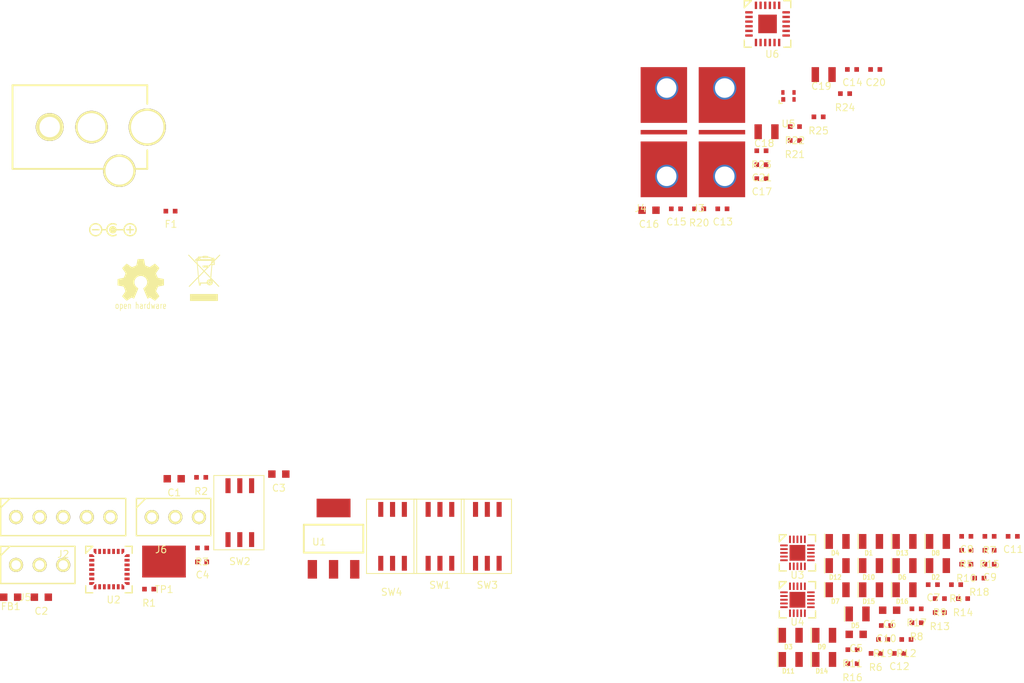
<source format=kicad_pcb>
(kicad_pcb (version 20211014) (generator pcbnew)
  (layers (0 "F.Cu" signal) (1 "In1.Cu" signal) (2 "In2.Cu" signal) (31 "B.Cu" signal) (34 "B.Paste" user) (35 "F.Paste" user) (36 "B.SilkS" user "B.Silkscreen") (37 "F.SilkS" user "F.Silkscreen") (38 "B.Mask" user) (39 "F.Mask" user) (44 "Edge.Cuts" user))
  (net 0 "")
  (net 1 "/5V0")
  (net 2 "/GND")
  (net 3 "/3V3")
  (net 4 "/MCU_RST_N")
  (net 5 "Net-(C14-Pad2)")
  (net 6 "Net-(C15-Pad2)")
  (net 7 "Net-(C18-Pad1)")
  (net 8 "Net-(C18-Pad2)")
  (net 9 "Net-(C19-Pad1)")
  (net 10 "Net-(C19-Pad2)")
  (net 11 "/PRBS Generation/OUT_AC_P")
  (net 12 "/PRBS Generation/OUT_P")
  (net 13 "/PRBS Generation/OUT_AC_N")
  (net 14 "/PRBS Generation/OUT_N")
  (net 15 "Net-(D1-Pad1)")
  (net 16 "Net-(D1-Pad2)")
  (net 17 "Net-(D2-Pad1)")
  (net 18 "Net-(D2-Pad2)")
  (net 19 "Net-(D3-Pad1)")
  (net 20 "Net-(D3-Pad2)")
  (net 21 "Net-(D4-Pad1)")
  (net 22 "Net-(D4-Pad2)")
  (net 23 "Net-(D5-Pad1)")
  (net 24 "Net-(D5-Pad2)")
  (net 25 "Net-(D6-Pad1)")
  (net 26 "Net-(D6-Pad2)")
  (net 27 "Net-(D7-Pad1)")
  (net 28 "Net-(D7-Pad2)")
  (net 29 "Net-(D8-Pad1)")
  (net 30 "Net-(D8-Pad2)")
  (net 31 "Net-(D9-Pad1)")
  (net 32 "Net-(D9-Pad2)")
  (net 33 "Net-(D10-Pad1)")
  (net 34 "Net-(D10-Pad2)")
  (net 35 "Net-(D11-Pad1)")
  (net 36 "Net-(D11-Pad2)")
  (net 37 "Net-(D12-Pad1)")
  (net 38 "Net-(D12-Pad2)")
  (net 39 "Net-(D13-Pad1)")
  (net 40 "Net-(D13-Pad2)")
  (net 41 "Net-(D14-Pad1)")
  (net 42 "Net-(D14-Pad2)")
  (net 43 "Net-(D15-Pad1)")
  (net 44 "Net-(D15-Pad2)")
  (net 45 "Net-(D16-Pad1)")
  (net 46 "Net-(D16-Pad2)")
  (net 47 "Net-(F1-Pad1)")
  (net 48 "Net-(F1-Pad2)")
  (net 50 "/SWCLK")
  (net 51 "/SWDIO")
  (net 52 "/I2C_SDA")
  (net 53 "/I2C_SCL")
  (net 54 "/UART_TX")
  (net 55 "/UART_RX")
  (net 56 "Net-(R1-Pad2)")
  (net 57 "/PRBS Generation/CLK_25MHZ")
  (net 58 "Net-(R20-Pad2)")
  (net 59 "Net-(R21-Pad2)")
  (net 60 "Net-(R22-Pad2)")
  (net 61 "Net-(R23-Pad2)")
  (net 62 "Net-(R24-Pad2)")
  (net 63 "Net-(R25-Pad2)")
  (net 64 "/NEXT_RATE")
  (net 65 "/NEXT_DRIVE")
  (net 66 "/NEXT_PAT")
  (net 67 "/NEXT_EMPH")
  (footprint "azonenberg_pcb:EIA_0402_RES_NOSILK" (layer "F.Cu") (at 156.55 101)
    (fp_text reference "R4" (at 0 1.5) (layer "F.SilkS") (effects (font (size 0.75 0.75) (thickness 0.1))))
    (fp_text value "470" hide)
    (pad "1" smd rect locked (at -0.5 0) (size 0.5 0.5) (layers "F.Cu" "F.Paste" "F.Mask") (net 16 "Net-(D1-Pad2)"))
    (pad "2" smd rect locked (at 0.5 0) (size 0.5 0.5) (layers "F.Cu" "F.Paste" "F.Mask") (net 3 "/3V3"))
  )
  (footprint "azonenberg_pcb:EIA_0402_CAP_NOSILK" (layer "F.Cu") (at 154.05 101)
    (fp_text reference "C7" (at 0.05 1.4) (layer "F.SilkS") (effects (font (size 0.75 0.75) (thickness 0.1))))
    (fp_text value "0.47 uF" hide)
    (pad "1" smd rect locked (at -0.5 0) (size 0.5 0.5) (layers "F.Cu" "F.Paste" "F.Mask") (net 3 "/3V3"))
    (pad "2" smd rect locked (at 0.5 0) (size 0.5 0.5) (layers "F.Cu" "F.Paste" "F.Mask") (net 2 "/GND"))
  )
  (footprint "azonenberg_pcb:EIA_0805_LED" (layer "F.Cu") (at 142.35 106.45)
    (fp_text reference "D9" (at -0.25 1.25) (layer "F.SilkS") (effects (font (size 0.508 0.457) (thickness 0.11))))
    (fp_text value "GREEN" hide)
    (pad "1" smd rect (at -0.9 0) (size 0.8 1.6) (layers "F.Cu" "F.Paste" "F.Mask") (net 31 "Net-(D9-Pad1)"))
    (pad "2" smd rect (at 0.9 0) (size 0.8 1.6) (layers "F.Cu" "F.Paste" "F.Mask") (net 32 "Net-(D9-Pad2)"))
  )
  (footprint "azonenberg_pcb:EIA_0402_RES_NOSILK" (layer "F.Cu") (at 152.3 103.6)
    (fp_text reference "R17" (at 0 1.5) (layer "F.SilkS") (effects (font (size 0.75 0.75) (thickness 0.1))))
    (fp_text value "470" hide)
    (pad "1" smd rect locked (at -0.5 0) (size 0.5 0.5) (layers "F.Cu" "F.Paste" "F.Mask") (net 42 "Net-(D14-Pad2)"))
    (pad "2" smd rect locked (at 0.5 0) (size 0.5 0.5) (layers "F.Cu" "F.Paste" "F.Mask") (net 3 "/3V3"))
  )
  (footprint "azonenberg_pcb:SOT223-4" (layer "F.Cu") (at 89.55 96.05)
    (fp_text reference "U1" (at -1.55 0.35) (layer "F.SilkS") (effects (font (size 0.75 0.75) (thickness 0.1))))
    (fp_text value "ZLDO1117-33" hide)
    (pad "1" smd rect (at -2.28 3.3) (size 1 2) (layers "F.Cu" "F.Paste" "F.Mask") (net 2 "/GND"))
    (pad "2" smd rect (at 0 3.3) (size 1 2) (layers "F.Cu" "F.Paste" "F.Mask") (net 3 "/3V3"))
    (pad "3" smd rect (at 2.28 3.3) (size 1 2) (layers "F.Cu" "F.Paste" "F.Mask") (net 1 "/5V0"))
    (pad "4" smd rect (at 0 -3.3) (size 3.65 2) (layers "F.Cu" "F.Paste" "F.Mask"))
  )
  (footprint "azonenberg_pcb:EIA_0402_RES_NOSILK" (layer "F.Cu") (at 139.2 53.2)
    (fp_text reference "R21" (at 0 1.5) (layer "F.SilkS") (effects (font (size 0.75 0.75) (thickness 0.1))))
    (fp_text value "0" hide)
    (pad "1" smd rect locked (at -0.5 0) (size 0.5 0.5) (layers "F.Cu" "F.Paste" "F.Mask") (net 3 "/3V3"))
    (pad "2" smd rect locked (at 0.5 0) (size 0.5 0.5) (layers "F.Cu" "F.Paste" "F.Mask") (net 59 "Net-(R21-Pad2)"))
  )
  (footprint "azonenberg_pcb:EIA_0402_RES_NOSILK" (layer "F.Cu") (at 135.6 54.3)
    (fp_text reference "R23" (at 0 1.5) (layer "F.SilkS") (effects (font (size 0.75 0.75) (thickness 0.1))))
    (fp_text value "0" hide)
    (pad "1" smd rect locked (at -0.5 0) (size 0.5 0.5) (layers "F.Cu" "F.Paste" "F.Mask") (net 2 "/GND"))
    (pad "2" smd rect locked (at 0.5 0) (size 0.5 0.5) (layers "F.Cu" "F.Paste" "F.Mask") (net 61 "Net-(R23-Pad2)"))
  )
  (footprint "azonenberg_pcb:EIA_0402_RES_NOSILK" (layer "F.Cu") (at 157.65 97.3)
    (fp_text reference "R5" (at 0 1.5) (layer "F.SilkS") (effects (font (size 0.75 0.75) (thickness 0.1))))
    (fp_text value "470" hide)
    (pad "1" smd rect locked (at -0.5 0) (size 0.5 0.5) (layers "F.Cu" "F.Paste" "F.Mask") (net 18 "Net-(D2-Pad2)"))
    (pad "2" smd rect locked (at 0.5 0) (size 0.5 0.5) (layers "F.Cu" "F.Paste" "F.Mask") (net 3 "/3V3"))
  )
  (footprint "azonenberg_pcb:EIA_0402_CAP_NOSILK" (layer "F.Cu") (at 135.6 55.8)
    (fp_text reference "C21" (at 0.05 1.4) (layer "F.SilkS") (effects (font (size 0.75 0.75) (thickness 0.1))))
    (fp_text value "0.1 uF" hide)
    (pad "1" smd rect locked (at -0.5 0) (size 0.5 0.5) (layers "F.Cu" "F.Paste" "F.Mask") (net 13 "/PRBS Generation/OUT_AC_N"))
    (pad "2" smd rect locked (at 0.5 0) (size 0.5 0.5) (layers "F.Cu" "F.Paste" "F.Mask") (net 14 "/PRBS Generation/OUT_N"))
  )
  (footprint "azonenberg_pcb:CONN_HEADER_2.54MM_1x3" (layer "F.Cu") (at 72.525 93.725)
    (fp_text reference "J6" (at -1.54 3.5) (layer "F.SilkS") (effects (font (size 0.75 0.75) (thickness 0.1))))
    (fp_text value "HEADER_1x3" hide)
    (pad "1" thru_hole circle locked (at -2.54 0) (size 1.524 1.524) (drill 1) (layers *.Cu *.Mask "F.SilkS") (net 54 "/UART_TX"))
    (pad "2" thru_hole circle locked (at 0 0) (size 1.524 1.524) (drill 1) (layers *.Cu *.Mask "F.SilkS") (net 55 "/UART_RX"))
    (pad "3" thru_hole circle locked (at 2.54 0) (size 1.524 1.524) (drill 1) (layers *.Cu *.Mask "F.SilkS") (net 2 "/GND"))
  )
  (footprint "azonenberg_pcb:EIA_0402_RES_NOSILK" (layer "F.Cu") (at 157.3 102.5)
    (fp_text reference "R14" (at 0 1.5) (layer "F.SilkS") (effects (font (size 0.75 0.75) (thickness 0.1))))
    (fp_text value "470" hide)
    (pad "1" smd rect locked (at -0.5 0) (size 0.5 0.5) (layers "F.Cu" "F.Paste" "F.Mask") (net 36 "Net-(D11-Pad2)"))
    (pad "2" smd rect locked (at 0.5 0) (size 0.5 0.5) (layers "F.Cu" "F.Paste" "F.Mask") (net 3 "/3V3"))
  )
  (footprint "w_logo:Logo_silk_OSHW_6x6mm" (layer "F.Cu") (at 68.8 68.2)
    (fp_text reference "G***" hide)
    (fp_text value "LOGO" hide)
  )
  (footprint "azonenberg_pcb:EIA_0805_LED" (layer "F.Cu") (at 151 98.95)
    (fp_text reference "D6" (at -0.25 1.25) (layer "F.SilkS") (effects (font (size 0.508 0.457) (thickness 0.11))))
    (fp_text value "GREEN" hide)
    (pad "1" smd rect (at -0.9 0) (size 0.8 1.6) (layers "F.Cu" "F.Paste" "F.Mask") (net 25 "Net-(D6-Pad1)"))
    (pad "2" smd rect (at 0.9 0) (size 0.8 1.6) (layers "F.Cu" "F.Paste" "F.Mask") (net 26 "Net-(D6-Pad2)"))
  )
  (footprint "azonenberg_pcb:EIA_0805_LED" (layer "F.Cu") (at 142.35 109.05)
    (fp_text reference "D14" (at -0.25 1.25) (layer "F.SilkS") (effects (font (size 0.508 0.457) (thickness 0.11))))
    (fp_text value "GREEN" hide)
    (pad "1" smd rect (at -0.9 0) (size 0.8 1.6) (layers "F.Cu" "F.Paste" "F.Mask") (net 41 "Net-(D14-Pad1)"))
    (pad "2" smd rect (at 0.9 0) (size 0.8 1.6) (layers "F.Cu" "F.Paste" "F.Mask") (net 42 "Net-(D14-Pad2)"))
  )
  (footprint "azonenberg_pcb:EIA_0805_LED" (layer "F.Cu") (at 143.8 98.95)
    (fp_text reference "D12" (at -0.25 1.25) (layer "F.SilkS") (effects (font (size 0.508 0.457) (thickness 0.11))))
    (fp_text value "GREEN" hide)
    (pad "1" smd rect (at -0.9 0) (size 0.8 1.6) (layers "F.Cu" "F.Paste" "F.Mask") (net 37 "Net-(D12-Pad1)"))
    (pad "2" smd rect (at 0.9 0) (size 0.8 1.6) (layers "F.Cu" "F.Paste" "F.Mask") (net 38 "Net-(D12-Pad2)"))
  )
  (footprint "azonenberg_pcb:EIA_0402_RES_NOSILK" (layer "F.Cu") (at 128.9 60.55)
    (fp_text reference "R20" (at 0 1.5) (layer "F.SilkS") (effects (font (size 0.75 0.75) (thickness 0.1))))
    (fp_text value "33" hide)
    (pad "1" smd rect locked (at -0.5 0) (size 0.5 0.5) (layers "F.Cu" "F.Paste" "F.Mask") (net 57 "/PRBS Generation/CLK_25MHZ"))
    (pad "2" smd rect locked (at 0.5 0) (size 0.5 0.5) (layers "F.Cu" "F.Paste" "F.Mask") (net 58 "Net-(R20-Pad2)"))
  )
  (footprint "azonenberg_pcb:EIA_0402_RES_NOSILK" (layer "F.Cu") (at 69.7 101.48)
    (fp_text reference "R1" (at 0 1.5) (layer "F.SilkS") (effects (font (size 0.75 0.75) (thickness 0.1))))
    (fp_text value "10K" hide)
    (pad "1" smd rect locked (at -0.5 0) (size 0.5 0.5) (layers "F.Cu" "F.Paste" "F.Mask") (net 2 "/GND"))
    (pad "2" smd rect locked (at 0.5 0) (size 0.5 0.5) (layers "F.Cu" "F.Paste" "F.Mask") (net 56 "Net-(R1-Pad2)"))
  )
  (footprint "azonenberg_pcb:EIA_0402_RES_NOSILK" (layer "F.Cu") (at 75.4 97.05)
    (fp_text reference "R3" (at 0 1.5) (layer "F.SilkS") (effects (font (size 0.75 0.75) (thickness 0.1))))
    (fp_text value "1K" hide)
    (pad "1" smd rect locked (at -0.5 0) (size 0.5 0.5) (layers "F.Cu" "F.Paste" "F.Mask") (net 52 "/I2C_SDA"))
    (pad "2" smd rect locked (at 0.5 0) (size 0.5 0.5) (layers "F.Cu" "F.Paste" "F.Mask") (net 3 "/3V3"))
  )
  (footprint "azonenberg_pcb:TESTPOINT_SMT_KEYSTONE_5016" (layer "F.Cu") (at 71.3 98.515)
    (fp_text reference "TP1" (at 0 3) (layer "F.SilkS") (effects (font (size 0.75 0.75) (thickness 0.1))))
    (fp_text value "GNDCLIP" hide)
    (pad "1" smd rect locked (at 0 0) (size 4.7 3.43) (layers "F.Cu" "F.Paste" "F.Mask") (net 2 "/GND"))
  )
  (footprint "azonenberg_pcb:EIA_0402_RES_NOSILK" (layer "F.Cu") (at 160.15 97.3)
    (fp_text reference "R15" (at 0 1.5) (layer "F.SilkS") (effects (font (size 0.75 0.75) (thickness 0.1))))
    (fp_text value "470" hide)
    (pad "1" smd rect locked (at -0.5 0) (size 0.5 0.5) (layers "F.Cu" "F.Paste" "F.Mask") (net 38 "Net-(D12-Pad2)"))
    (pad "2" smd rect locked (at 0.5 0) (size 0.5 0.5) (layers "F.Cu" "F.Paste" "F.Mask") (net 3 "/3V3"))
  )
  (footprint "w_logo:Logo_silk_polarity_center_5x1.4mm" (layer "F.Cu") (at 65.8 62.8)
    (fp_text reference "G***" hide)
    (fp_text value "LOGO" hide)
  )
  (footprint "azonenberg_pcb:CONN_HEADER_2.54MM_1x5" (layer "F.Cu") (at 60.455 93.725)
    (fp_text reference "J2" (at 0 4) (layer "F.SilkS") (effects (font (size 0.75 0.75) (thickness 0.1))))
    (fp_text value "HEADER_1x5" hide)
    (pad "1" thru_hole circle locked (at -5.08 0) (size 1.524 1.524) (drill 1) (layers *.Cu *.Mask "F.SilkS") (net 3 "/3V3"))
    (pad "2" thru_hole circle locked (at -2.54 0) (size 1.524 1.524) (drill 1) (layers *.Cu *.Mask "F.SilkS") (net 2 "/GND"))
    (pad "3" thru_hole circle locked (at 0 0) (size 1.524 1.524) (drill 1) (layers *.Cu *.Mask "F.SilkS") (net 50 "/SWCLK"))
    (pad "4" thru_hole circle locked (at 2.54 0) (size 1.524 1.524) (drill 1) (layers *.Cu *.Mask "F.SilkS") (net 51 "/SWDIO"))
    (pad "5" thru_hole circle locked (at 5.08 0) (size 1.524 1.524) (drill 1) (layers *.Cu *.Mask "F.SilkS") (net 4 "/MCU_RST_N"))
  )
  (footprint "azonenberg_pcb:SWITCH_RAFI_MICON_5" (layer "F.Cu") (at 106.1 95.8)
    (fp_text reference "SW3" (at 0 5.25) (layer "F.SilkS") (effects (font (size 0.75 0.75) (thickness 0.1))))
    (fp_text value "BUTTON" hide)
    (pad "1" smd rect (at 1.27 2.9) (size 0.55 1.6) (layers "F.Cu" "F.Paste" "F.Mask") (net 3 "/3V3"))
    (pad "1" smd rect (at -1.27 2.9) (size 0.55 1.6) (layers "F.Cu" "F.Paste" "F.Mask") (net 3 "/3V3"))
    (pad "1" smd rect (at -1.27 -2.9) (size 0.55 1.6) (layers "F.Cu" "F.Paste" "F.Mask") (net 3 "/3V3"))
    (pad "1" smd rect (at 1.27 -2.9) (size 0.55 1.6) (layers "F.Cu" "F.Paste" "F.Mask") (net 3 "/3V3"))
    (pad "2" smd rect (at 0 -2.9) (size 0.55 1.6) (layers "F.Cu" "F.Paste" "F.Mask") (net 66 "/NEXT_PAT"))
    (pad "2" smd rect (at 0 2.9) (size 0.55 1.6) (layers "F.Cu" "F.Paste" "F.Mask") (net 66 "/NEXT_PAT"))
  )
  (footprint "azonenberg_pcb:EIA_0805_LED" (layer "F.Cu") (at 147.4 96.35)
    (fp_text reference "D1" (at -0.25 1.25) (layer "F.SilkS") (effects (font (size 0.508 0.457) (thickness 0.11))))
    (fp_text value "GREEN" hide)
    (pad "1" smd rect (at -0.9 0) (size 0.8 1.6) (layers "F.Cu" "F.Paste" "F.Mask") (net 15 "Net-(D1-Pad1)"))
    (pad "2" smd rect (at 0.9 0) (size 0.8 1.6) (layers "F.Cu" "F.Paste" "F.Mask") (net 16 "Net-(D1-Pad2)"))
  )
  (footprint "azonenberg_pcb:EIA_0402_RES_NOSILK" (layer "F.Cu") (at 145.4 109.5)
    (fp_text reference "R16" (at 0 1.5) (layer "F.SilkS") (effects (font (size 0.75 0.75) (thickness 0.1))))
    (fp_text value "470" hide)
    (pad "1" smd rect locked (at -0.5 0) (size 0.5 0.5) (layers "F.Cu" "F.Paste" "F.Mask") (net 40 "Net-(D13-Pad2)"))
    (pad "2" smd rect locked (at 0.5 0) (size 0.5 0.5) (layers "F.Cu" "F.Paste" "F.Mask") (net 3 "/3V3"))
  )
  (footprint "azonenberg_pcb:EIA_0805_LED" (layer "F.Cu") (at 138.75 109.05)
    (fp_text reference "D11" (at -0.25 1.25) (layer "F.SilkS") (effects (font (size 0.508 0.457) (thickness 0.11))))
    (fp_text value "GREEN" hide)
    (pad "1" smd rect (at -0.9 0) (size 0.8 1.6) (layers "F.Cu" "F.Paste" "F.Mask") (net 35 "Net-(D11-Pad1)"))
    (pad "2" smd rect (at 0.9 0) (size 0.8 1.6) (layers "F.Cu" "F.Paste" "F.Mask") (net 36 "Net-(D11-Pad2)"))
  )
  (footprint "azonenberg_pcb:EIA_0805_CAP_NOSILK" (layer "F.Cu") (at 136.15 52.25)
    (fp_text reference "C18" (at -0.25 1.25) (layer "F.SilkS") (effects (font (size 0.75 0.75) (thickness 0.1))))
    (fp_text value "22 nF" hide)
    (pad "1" smd rect (at -0.9 0) (size 0.8 1.6) (layers "F.Cu" "F.Paste" "F.Mask") (net 7 "Net-(C18-Pad1)"))
    (pad "2" smd rect (at 0.9 0) (size 0.8 1.6) (layers "F.Cu" "F.Paste" "F.Mask") (net 8 "Net-(C18-Pad2)"))
  )
  (footprint "azonenberg_pcb:EIA_0805_LED" (layer "F.Cu") (at 151 101.55)
    (fp_text reference "D16" (at -0.25 1.25) (layer "F.SilkS") (effects (font (size 0.508 0.457) (thickness 0.11))))
    (fp_text value "GREEN" hide)
    (pad "1" smd rect (at -0.9 0) (size 0.8 1.6) (layers "F.Cu" "F.Paste" "F.Mask") (net 45 "Net-(D16-Pad1)"))
    (pad "2" smd rect (at 0.9 0) (size 0.8 1.6) (layers "F.Cu" "F.Paste" "F.Mask") (net 46 "Net-(D16-Pad2)"))
  )
  (footprint "azonenberg_pcb:SWITCH_RAFI_MICON_5" (layer "F.Cu") (at 79.46 93.25)
    (fp_text reference "SW2" (at 0 5.25) (layer "F.SilkS") (effects (font (size 0.75 0.75) (thickness 0.1))))
    (fp_text value "BUTTON" hide)
    (pad "1" smd rect (at -1.27 2.9) (size 0.55 1.6) (layers "F.Cu" "F.Paste" "F.Mask") (net 3 "/3V3"))
    (pad "1" smd rect (at -1.27 -2.9) (size 0.55 1.6) (layers "F.Cu" "F.Paste" "F.Mask") (net 3 "/3V3"))
    (pad "1" smd rect (at 1.27 2.9) (size 0.55 1.6) (layers "F.Cu" "F.Paste" "F.Mask") (net 3 "/3V3"))
    (pad "1" smd rect (at 1.27 -2.9) (size 0.55 1.6) (layers "F.Cu" "F.Paste" "F.Mask") (net 3 "/3V3"))
    (pad "2" smd rect (at 0 -2.9) (size 0.55 1.6) (layers "F.Cu" "F.Paste" "F.Mask") (net 65 "/NEXT_DRIVE"))
    (pad "2" smd rect (at 0 2.9) (size 0.55 1.6) (layers "F.Cu" "F.Paste" "F.Mask") (net 65 "/NEXT_DRIVE"))
  )
  (footprint "azonenberg_pcb:CONN_SMA_EDGE_ROSENBERGER_32K243_40ML5" (layer "F.Cu") (at 122.6 52.3)
    (fp_text reference "J4" (at 0 8.2) (layer "F.SilkS") (effects (font (size 0.75 0.75) (thickness 0.1))))
    (fp_text value "32K243-40ML5" hide)
    (pad "1" smd rect locked (at 2.5 0) (size 5 0.48) (layers "F.Cu" "F.Mask") (net 13 "/PRBS Generation/OUT_AC_N"))
    (pad "2" smd rect locked (at 2.5 4) (size 5 6) (layers "F.Cu" "F.Mask") (net 2 "/GND"))
    (pad "2" thru_hole circle locked (at 2.8 4.75) (size 2.5 2.5) (drill 2.1) (layers *.Cu *.Mask) (net 2 "/GND"))
    (pad "2" thru_hole circle locked (at 2.8 -4.75) (size 2.5 2.5) (drill 2.1) (layers *.Cu *.Mask) (net 2 "/GND"))
    (pad "2" smd rect locked (at 2.5 -4) (size 5 6) (layers "F.Cu" "F.Mask") (net 2 "/GND"))
  )
  (footprint "azonenberg_pcb:CONN_CUI_PJ-058BH_HIPWR_BARREL_NOSLOT" (layer "F.Cu") (at 63 51.75)
    (fp_text reference "J1" hide)
    (fp_text value "BARREL_JACK" hide)
    (pad "" thru_hole circle locked (at -4 0) (size 3 3) (drill 2.2) (layers *.Cu *.Mask "F.SilkS"))
    (pad "1" thru_hole circle locked (at 6.5 0) (size 4 4) (drill 3.5) (layers *.Cu *.Mask "F.SilkS") (net 47 "Net-(F1-Pad1)"))
    (pad "2" thru_hole circle locked (at 0.5 0) (size 3.5 3.5) (drill 3) (layers *.Cu *.Mask "F.SilkS") (net 2 "/GND"))
    (pad "3" thru_hole circle locked (at 3.5 4.7) (size 3.5 3.5) (drill 3) (layers *.Cu *.Mask "F.SilkS"))
  )
  (footprint "azonenberg_pcb:EIA_0402_CAP_NOSILK" (layer "F.Cu") (at 75.4 98.55)
    (fp_text reference "C4" (at 0.05 1.4) (layer "F.SilkS") (effects (font (size 0.75 0.75) (thickness 0.1))))
    (fp_text value "0.1 uF" hide)
    (pad "1" smd rect locked (at -0.5 0) (size 0.5 0.5) (layers "F.Cu" "F.Paste" "F.Mask") (net 4 "/MCU_RST_N"))
    (pad "2" smd rect locked (at 0.5 0) (size 0.5 0.5) (layers "F.Cu" "F.Paste" "F.Mask") (net 2 "/GND"))
  )
  (footprint "azonenberg_pcb:EIA_0402_CAP_NOSILK" (layer "F.Cu") (at 135.6 57.3)
    (fp_text reference "C17" (at 0.05 1.4) (layer "F.SilkS") (effects (font (size 0.75 0.75) (thickness 0.1))))
    (fp_text value "0.47 uF" hide)
    (pad "1" smd rect locked (at -0.5 0) (size 0.5 0.5) (layers "F.Cu" "F.Paste" "F.Mask") (net 2 "/GND"))
    (pad "2" smd rect locked (at 0.5 0) (size 0.5 0.5) (layers "F.Cu" "F.Paste" "F.Mask") (net 3 "/3V3"))
  )
  (footprint "azonenberg_pcb:EIA_0402_RES_NOSILK" (layer "F.Cu") (at 160.15 95.8)
    (fp_text reference "R7" (at 0 1.5) (layer "F.SilkS") (effects (font (size 0.75 0.75) (thickness 0.1))))
    (fp_text value "470" hide)
    (pad "1" smd rect locked (at -0.5 0) (size 0.5 0.5) (layers "F.Cu" "F.Paste" "F.Mask") (net 22 "Net-(D4-Pad2)"))
    (pad "2" smd rect locked (at 0.5 0) (size 0.5 0.5) (layers "F.Cu" "F.Paste" "F.Mask") (net 3 "/3V3"))
  )
  (footprint "azonenberg_pcb:EIA_0603_CAP_NOSILK" (layer "F.Cu") (at 149.4 103.75)
    (fp_text reference "C6" (at 0 1.5) (layer "F.SilkS") (effects (font (size 0.75 0.75) (thickness 0.1))))
    (fp_text value "4.7 uF" hide)
    (pad "1" smd rect locked (at -0.75 0) (size 0.8 0.8) (layers "F.Cu" "F.Paste" "F.Mask") (net 3 "/3V3"))
    (pad "2" smd rect locked (at 0.75 0) (size 0.8 0.8) (layers "F.Cu" "F.Paste" "F.Mask") (net 2 "/GND"))
  )
  (footprint "azonenberg_pcb:EIA_0402_CAP_NOSILK" (layer "F.Cu") (at 160.15 98.8)
    (fp_text reference "C9" (at 0.05 1.4) (layer "F.SilkS") (effects (font (size 0.75 0.75) (thickness 0.1))))
    (fp_text value "0.47 uF" hide)
    (pad "1" smd rect locked (at -0.5 0) (size 0.5 0.5) (layers "F.Cu" "F.Paste" "F.Mask") (net 3 "/3V3"))
    (pad "2" smd rect locked (at 0.5 0) (size 0.5 0.5) (layers "F.Cu" "F.Paste" "F.Mask") (net 2 "/GND"))
  )
  (footprint "azonenberg_pcb:EIA_0402_RES_NOSILK" (layer "F.Cu") (at 148.7 106.9)
    (fp_text reference "R19" (at 0 1.5) (layer "F.SilkS") (effects (font (size 0.75 0.75) (thickness 0.1))))
    (fp_text value "470" hide)
    (pad "1" smd rect locked (at -0.5 0) (size 0.5 0.5) (layers "F.Cu" "F.Paste" "F.Mask") (net 46 "Net-(D16-Pad2)"))
    (pad "2" smd rect locked (at 0.5 0) (size 0.5 0.5) (layers "F.Cu" "F.Paste" "F.Mask") (net 3 "/3V3"))
  )
  (footprint "azonenberg_pcb:CONN_HEADER_2.54MM_1x3" (layer "F.Cu") (at 57.915 98.875)
    (fp_text reference "J5" (at -1.54 3.5) (layer "F.SilkS") (effects (font (size 0.75 0.75) (thickness 0.1))))
    (fp_text value "HEADER_1x3" hide)
    (pad "1" thru_hole circle locked (at -2.54 0) (size 1.524 1.524) (drill 1) (layers *.Cu *.Mask "F.SilkS") (net 52 "/I2C_SDA"))
    (pad "2" thru_hole circle locked (at 0 0) (size 1.524 1.524) (drill 1) (layers *.Cu *.Mask "F.SilkS") (net 53 "/I2C_SCL"))
    (pad "3" thru_hole circle locked (at 2.54 0) (size 1.524 1.524) (drill 1) (layers *.Cu *.Mask "F.SilkS") (net 2 "/GND"))
  )
  (footprint "azonenberg_pcb:QFN_20_0.4MM_3x3MM" (layer "F.Cu") (at 139.475 97.575)
    (fp_text reference "U3" (at 0 2.4) (layer "F.SilkS") (effects (font (size 0.75 0.75) (thickness 0.1))))
    (fp_text value "SX1502_QFN20" hide)
    (pad "1" smd rect (at -1.45 -0.8 90) (size 0.2 0.8) (layers "F.Cu" "F.Paste" "F.Mask") (net 3 "/3V3"))
    (pad "2" smd rect (at -1.45 -0.4 90) (size 0.2 0.8) (layers "F.Cu" "F.Paste" "F.Mask") (net 52 "/I2C_SDA"))
    (pad "3" smd rect (at -1.45 0 90) (size 0.2 0.8) (layers "F.Cu" "F.Paste" "F.Mask"))
    (pad "4" smd rect (at -1.45 0.4 90) (size 0.2 0.8) (layers "F.Cu" "F.Paste" "F.Mask") (net 53 "/I2C_SCL"))
    (pad "5" smd rect (at -1.45 0.8 90) (size 0.2 0.8) (layers "F.Cu" "F.Paste" "F.Mask") (net 15 "Net-(D1-Pad1)"))
    (pad "6" smd rect (at -0.8 1.45 180) (size 0.2 0.8) (layers "F.Cu" "F.Paste" "F.Mask") (net 31 "Net-(D9-Pad1)"))
    (pad "7" smd rect (at -0.4 1.45 180) (size 0.2 0.8) (layers "F.Cu" "F.Paste" "F.Mask") (net 3 "/3V3"))
    (pad "8" smd rect (at 0 1.45 180) (size 0.2 0.8) (layers "F.Cu" "F.Paste" "F.Mask") (net 2 "/GND"))
    (pad "9" smd rect (at 0.4 1.45 180) (size 0.2 0.8) (layers "F.Cu" "F.Paste" "F.Mask") (net 17 "Net-(D2-Pad1)"))
    (pad "10" smd rect (at 0.8 1.45 180) (size 0.2 0.8) (layers "F.Cu" "F.Paste" "F.Mask") (net 33 "Net-(D10-Pad1)"))
    (pad "11" smd rect (at 1.45 0.8 90) (size 0.2 0.8) (layers "F.Cu" "F.Paste" "F.Mask"))
    (pad "12" smd rect (at 1.45 0.4 90) (size 0.2 0.8) (layers "F.Cu" "F.Paste" "F.Mask") (net 2 "/GND"))
    (pad "13" smd rect (at 1.45 0 90) (size 0.2 0.8) (layers "F.Cu" "F.Paste" "F.Mask"))
    (pad "14" smd rect (at 1.45 -0.4 90) (size 0.2 0.8) (layers "F.Cu" "F.Paste" "F.Mask") (net 3 "/3V3"))
    (pad "15" smd rect (at 1.45 -0.8 90) (size 0.2 0.8) (layers "F.Cu" "F.Paste" "F.Mask") (net 19 "Net-(D3-Pad1)"))
    (pad "16" smd rect (at 0.8 -1.45 180) (size 0.2 0.8) (layers "F.Cu" "F.Paste" "F.Mask") (net 35 "Net-(D11-Pad1)"))
    (pad "17" smd rect (at 0.4 -1.45 180) (size 0.2 0.8) (layers "F.Cu" "F.Paste" "F.Mask") (net 3 "/3V3"))
    (pad "18" smd rect (at 0 -1.45 180) (size 0.2 0.8) (layers "F.Cu" "F.Paste" "F.Mask") (net 2 "/GND"))
    (pad "19" smd rect (at -0.4 -1.45 180) (size 0.2 0.8) (layers "F.Cu" "F.Paste" "F.Mask") (net 21 "Net-(D4-Pad1)"))
    (pad "20" smd rect (at -0.8 -1.45 180) (size 0.2 0.8) (layers "F.Cu" "F.Paste" "F.Mask") (net 37 "Net-(D12-Pad1)"))
    (pad "PAD" smd rect (at 0 0) (size 1.7 1.7) (layers "F.Cu" "F.Mask") (net 2 "/GND"))
  )
  (footprint "azonenberg_pcb:QFN_24_0.5MM_4x4MM" (layer "F.Cu") (at 136.26 40.65)
    (fp_text reference "U6" (at 0.5 3.25) (layer "F.SilkS") (effects (font (size 0.75 0.75) (thickness 0.1))))
    (fp_text value "DS125DF111" hide)
    (pad "1" smd rect (at -2 -1.25 90) (size 0.25 0.8) (layers "F.Cu" "F.Paste" "F.Mask") (net 7 "Net-(C18-Pad1)"))
    (pad "2" smd rect (at -2 -0.75 90) (size 0.25 0.8) (layers "F.Cu" "F.Paste" "F.Mask") (net 8 "Net-(C18-Pad2)"))
    (pad "3" smd rect (at -2 -0.25 90) (size 0.25 0.8) (layers "F.Cu" "F.Paste" "F.Mask") (net 59 "Net-(R21-Pad2)"))
    (pad "4" smd rect (at -2 0.25 90) (size 0.25 0.8) (layers "F.Cu" "F.Paste" "F.Mask") (net 52 "/I2C_SDA"))
    (pad "5" smd rect (at -2 0.75 90) (size 0.25 0.8) (layers "F.Cu" "F.Paste" "F.Mask") (net 53 "/I2C_SCL"))
    (pad "6" smd rect (at -2 1.25 90) (size 0.25 0.8) (layers "F.Cu" "F.Paste" "F.Mask") (net 60 "Net-(R22-Pad2)"))
    (pad "7" smd rect (at -1.25 2) (size 0.25 0.8) (layers "F.Cu" "F.Paste" "F.Mask") (net 12 "/PRBS Generation/OUT_P"))
    (pad "8" smd rect (at -0.75 2 180) (size 0.25 0.8) (layers "F.Cu" "F.Paste" "F.Mask") (net 14 "/PRBS Generation/OUT_N"))
    (pad "9" smd rect (at -0.25 2 180) (size 0.25 0.8) (layers "F.Cu" "F.Paste" "F.Mask") (net 61 "Net-(R23-Pad2)"))
    (pad "10" smd rect (at 0.25 2 180) (size 0.25 0.8) (layers "F.Cu" "F.Paste" "F.Mask") (net 62 "Net-(R24-Pad2)"))
    (pad "11" smd rect (at 0.75 2 180) (size 0.25 0.8) (layers "F.Cu" "F.Paste" "F.Mask"))
    (pad "12" smd rect (at 1.25 2 180) (size 0.25 0.8) (layers "F.Cu" "F.Paste" "F.Mask"))
    (pad "13" smd rect (at 2 1.25 270) (size 0.25 0.8) (layers "F.Cu" "F.Paste" "F.Mask"))
    (pad "14" smd rect (at 2 0.75 90) (size 0.25 0.8) (layers "F.Cu" "F.Paste" "F.Mask") (net 57 "/PRBS Generation/CLK_25MHZ"))
    (pad "15" smd rect (at 2 0.25 90) (size 0.25 0.8) (layers "F.Cu" "F.Paste" "F.Mask") (net 3 "/3V3"))
    (pad "16" smd rect (at 2 -0.25 90) (size 0.25 0.8) (layers "F.Cu" "F.Paste" "F.Mask") (net 63 "Net-(R25-Pad2)"))
    (pad "17" smd rect (at 2 -0.75 90) (size 0.25 0.8) (layers "F.Cu" "F.Paste" "F.Mask") (net 9 "Net-(C19-Pad1)"))
    (pad "18" smd rect (at 2 -1.25 90) (size 0.25 0.8) (layers "F.Cu" "F.Paste" "F.Mask") (net 10 "Net-(C19-Pad2)"))
    (pad "19" smd rect (at 1.25 -2 180) (size 0.25 0.8) (layers "F.Cu" "F.Paste" "F.Mask"))
    (pad "20" smd rect (at 0.75 -2 180) (size 0.25 0.8) (layers "F.Cu" "F.Paste" "F.Mask"))
    (pad "21" smd rect (at 0.25 -2 180) (size 0.25 0.8) (layers "F.Cu" "F.Paste" "F.Mask") (net 6 "Net-(C15-Pad2)"))
    (pad "22" smd rect (at -0.25 -2 180) (size 0.25 0.8) (layers "F.Cu" "F.Paste" "F.Mask") (net 5 "Net-(C14-Pad2)"))
    (pad "23" smd rect (at -0.75 -2 180) (size 0.25 0.8) (layers "F.Cu" "F.Paste" "F.Mask"))
    (pad "24" smd rect (at -1.25 -2 180) (size 0.25 0.8) (layers "F.Cu" "F.Paste" "F.Mask"))
    (pad "PAD" smd rect (at -0.5 0.5 90) (size 0.5 0.5) (layers "F.Cu" "F.Paste") (net 2 "/GND"))
    (pad "PAD" smd rect (at 0 0 90) (size 0.5 0.5) (layers "F.Cu" "F.Paste") (net 2 "/GND"))
    (pad "PAD" smd rect (at -0.5 -0.5 90) (size 0.5 0.5) (layers "F.Cu" "F.Paste") (net 2 "/GND"))
    (pad "PAD" smd rect (at 0.5 -0.5 90) (size 0.5 0.5) (layers "F.Cu" "F.Paste") (net 2 "/GND"))
    (pad "PAD" smd rect (at 0 0 90) (size 2 2) (layers "F.Cu" "F.Mask") (net 2 "/GND"))
    (pad "PAD" smd rect (at 0.5 0.5 90) (size 0.5 0.5) (layers "F.Cu" "F.Paste") (net 2 "/GND"))
  )
  (footprint "azonenberg_pcb:EIA_0805_LED" (layer "F.Cu") (at 154.6 98.95)
    (fp_text reference "D2" (at -0.25 1.25) (layer "F.SilkS") (effects (font (size 0.508 0.457) (thickness 0.11))))
    (fp_text value "GREEN" hide)
    (pad "1" smd rect (at -0.9 0) (size 0.8 1.6) (layers "F.Cu" "F.Paste" "F.Mask") (net 17 "Net-(D2-Pad1)"))
    (pad "2" smd rect (at 0.9 0) (size 0.8 1.6) (layers "F.Cu" "F.Paste" "F.Mask") (net 18 "Net-(D2-Pad2)"))
  )
  (footprint "azonenberg_pcb:EIA_0603_CAP_NOSILK" (layer "F.Cu") (at 72.4 89.6)
    (fp_text reference "C1" (at 0 1.5) (layer "F.SilkS") (effects (font (size 0.75 0.75) (thickness 0.1))))
    (fp_text value "4.7 uF" hide)
    (pad "1" smd rect locked (at -0.75 0) (size 0.8 0.8) (layers "F.Cu" "F.Paste" "F.Mask") (net 1 "/5V0"))
    (pad "2" smd rect locked (at 0.75 0) (size 0.8 0.8) (layers "F.Cu" "F.Paste" "F.Mask") (net 2 "/GND"))
  )
  (footprint "azonenberg_pcb:EIA_0402_CAP_NOSILK" (layer "F.Cu") (at 150.4 108.4)
    (fp_text reference "C12" (at 0.05 1.4) (layer "F.SilkS") (effects (font (size 0.75 0.75) (thickness 0.1))))
    (fp_text value "0.47 uF" hide)
    (pad "1" smd rect locked (at -0.5 0) (size 0.5 0.5) (layers "F.Cu" "F.Paste" "F.Mask") (net 3 "/3V3"))
    (pad "2" smd rect locked (at 0.5 0) (size 0.5 0.5) (layers "F.Cu" "F.Paste" "F.Mask") (net 2 "/GND"))
  )
  (footprint "azonenberg_pcb:EIA_0402_RES_NOSILK" (layer "F.Cu") (at 152.3 105.1)
    (fp_text reference "R8" (at 0 1.5) (layer "F.SilkS") (effects (font (size 0.75 0.75) (thickness 0.1))))
    (fp_text value "470" hide)
    (pad "1" smd rect locked (at -0.5 0) (size 0.5 0.5) (layers "F.Cu" "F.Paste" "F.Mask") (net 24 "Net-(D5-Pad2)"))
    (pad "2" smd rect locked (at 0.5 0) (size 0.5 0.5) (layers "F.Cu" "F.Paste" "F.Mask") (net 3 "/3V3"))
  )
  (footprint "azonenberg_pcb:EIA_0402_RES_NOSILK" (layer "F.Cu") (at 139.2 51.7)
    (fp_text reference "R22" (at 0 1.5) (layer "F.SilkS") (effects (font (size 0.75 0.75) (thickness 0.1))))
    (fp_text value "0" hide)
    (pad "1" smd rect locked (at -0.5 0) (size 0.5 0.5) (layers "F.Cu" "F.Paste" "F.Mask") (net 3 "/3V3"))
    (pad "2" smd rect locked (at 0.5 0) (size 0.5 0.5) (layers "F.Cu" "F.Paste" "F.Mask") (net 60 "Net-(R22-Pad2)"))
  )
  (footprint "azonenberg_pcb:EIA_0805_LED" (layer "F.Cu") (at 151 96.35)
    (fp_text reference "D13" (at -0.25 1.25) (layer "F.SilkS") (effects (font (size 0.508 0.457) (thickness 0.11))))
    (fp_text value "GREEN" hide)
    (pad "1" smd rect (at -0.9 0) (size 0.8 1.6) (layers "F.Cu" "F.Paste" "F.Mask") (net 39 "Net-(D13-Pad1)"))
    (pad "2" smd rect (at 0.9 0) (size 0.8 1.6) (layers "F.Cu" "F.Paste" "F.Mask") (net 40 "Net-(D13-Pad2)"))
  )
  (footprint "azonenberg_pcb:EIA_0402_CAP_NOSILK" (layer "F.Cu") (at 145.35 45.55)
    (fp_text reference "C14" (at 0.05 1.4) (layer "F.SilkS") (effects (font (size 0.75 0.75) (thickness 0.1))))
    (fp_text value "0.22 uF" hide)
    (pad "1" smd rect locked (at -0.5 0) (size 0.5 0.5) (layers "F.Cu" "F.Paste" "F.Mask") (net 2 "/GND"))
    (pad "2" smd rect locked (at 0.5 0) (size 0.5 0.5) (layers "F.Cu" "F.Paste" "F.Mask") (net 5 "Net-(C14-Pad2)"))
  )
  (footprint "azonenberg_pcb:EIA_0402_RES_NOSILK" (layer "F.Cu") (at 144.6 48.15)
    (fp_text reference "R24" (at 0 1.5) (layer "F.SilkS") (effects (font (size 0.75 0.75) (thickness 0.1))))
    (fp_text value "1K" hide)
    (pad "1" smd rect locked (at -0.5 0) (size 0.5 0.5) (layers "F.Cu" "F.Paste" "F.Mask") (net 2 "/GND"))
    (pad "2" smd rect locked (at 0.5 0) (size 0.5 0.5) (layers "F.Cu" "F.Paste" "F.Mask") (net 62 "Net-(R24-Pad2)"))
  )
  (footprint "azonenberg_pcb:EIA_0402_CAP_NOSILK" (layer "F.Cu") (at 149 105.4)
    (fp_text reference "C10" (at 0.05 1.4) (layer "F.SilkS") (effects (font (size 0.75 0.75) (thickness 0.1))))
    (fp_text value "0.47 uF" hide)
    (pad "1" smd rect locked (at -0.5 0) (size 0.5 0.5) (layers "F.Cu" "F.Paste" "F.Mask") (net 3 "/3V3"))
    (pad "2" smd rect locked (at 0.5 0) (size 0.5 0.5) (layers "F.Cu" "F.Paste" "F.Mask") (net 2 "/GND"))
  )
  (footprint "azonenberg_pcb:EIA_0402_CAP_NOSILK" (layer "F.Cu") (at 147.85 45.55)
    (fp_text reference "C20" (at 0.05 1.4) (layer "F.SilkS") (effects (font (size 0.75 0.75) (thickness 0.1))))
    (fp_text value "0.1 uF" hide)
    (pad "1" smd rect locked (at -0.5 0) (size 0.5 0.5) (layers "F.Cu" "F.Paste" "F.Mask") (net 11 "/PRBS Generation/OUT_AC_P"))
    (pad "2" smd rect locked (at 0.5 0) (size 0.5 0.5) (layers "F.Cu" "F.Paste" "F.Mask") (net 12 "/PRBS Generation/OUT_P"))
  )
  (footprint "azonenberg_pcb:EIA_0402_RES_NOSILK" (layer "F.Cu") (at 145.4 108)
    (fp_text reference "R11" (at 0 1.5) (layer "F.SilkS") (effects (font (size 0.75 0.75) (thickness 0.1))))
    (fp_text value "470" hide)
    (pad "1" smd rect locked (at -0.5 0) (size 0.5 0.5) (layers "F.Cu" "F.Paste" "F.Mask") (net 30 "Net-(D8-Pad2)"))
    (pad "2" smd rect locked (at 0.5 0) (size 0.5 0.5) (layers "F.Cu" "F.Paste" "F.Mask") (net 3 "/3V3"))
  )
  (footprint "azonenberg_pcb:SWITCH_RAFI_MICON_5" (layer "F.Cu") (at 95.9 95.8)
    (fp_text reference "SW4" (at -0.1 6) (layer "F.SilkS") (effects (font (size 0.75 0.75) (thickness 0.1))))
    (fp_text value "BUTTON" hide)
    (pad "1" smd rect (at -1.27 -2.9) (size 0.55 1.6) (layers "F.Cu" "F.Paste" "F.Mask") (net 3 "/3V3"))
    (pad "1" smd rect (at 1.27 -2.9) (size 0.55 1.6) (layers "F.Cu" "F.Paste" "F.Mask") (net 3 "/3V3"))
    (pad "1" smd rect (at 1.27 2.9) (size 0.55 1.6) (layers "F.Cu" "F.Paste" "F.Mask") (net 3 "/3V3"))
    (pad "1" smd rect (at -1.27 2.9) (size 0.55 1.6) (layers "F.Cu" "F.Paste" "F.Mask") (net 3 "/3V3"))
    (pad "2" smd rect (at 0 2.9) (size 0.55 1.6) (layers "F.Cu" "F.Paste" "F.Mask") (net 67 "/NEXT_EMPH"))
    (pad "2" smd rect (at 0 -2.9) (size 0.55 1.6) (layers "F.Cu" "F.Paste" "F.Mask") (net 67 "/NEXT_EMPH"))
  )
  (footprint "azonenberg_pcb:EIA_0402_CAP_NOSILK" (layer "F.Cu") (at 72 60.8)
    (fp_text reference "F1" (at 0.05 1.4) (layer "F.SilkS") (effects (font (size 0.75 0.75) (thickness 0.1))))
    (fp_text value "1A" hide)
    (pad "1" smd rect locked (at -0.5 0) (size 0.5 0.5) (layers "F.Cu" "F.Paste" "F.Mask") (net 47 "Net-(F1-Pad1)"))
    (pad "2" smd rect locked (at 0.5 0) (size 0.5 0.5) (layers "F.Cu" "F.Paste" "F.Mask") (net 48 "Net-(F1-Pad2)"))
  )
  (footprint "azonenberg_pcb:EIA_0805_LED" (layer "F.Cu") (at 138.75 106.45)
    (fp_text reference "D3" (at -0.25 1.25) (layer "F.SilkS") (effects (font (size 0.508 0.457) (thickness 0.11))))
    (fp_text value "GREEN" hide)
    (pad "1" smd rect (at -0.9 0) (size 0.8 1.6) (layers "F.Cu" "F.Paste" "F.Mask") (net 19 "Net-(D3-Pad1)"))
    (pad "2" smd rect (at 0.9 0) (size 0.8 1.6) (layers "F.Cu" "F.Paste" "F.Mask") (net 20 "Net-(D3-Pad2)"))
  )
  (footprint "azonenberg_pcb:EIA_0805_LED" (layer "F.Cu") (at 147.4 98.95)
    (fp_text reference "D10" (at -0.25 1.25) (layer "F.SilkS") (effects (font (size 0.508 0.457) (thickness 0.11))))
    (fp_text value "GREEN" hide)
    (pad "1" smd rect (at -0.9 0) (size 0.8 1.6) (layers "F.Cu" "F.Paste" "F.Mask") (net 33 "Net-(D10-Pad1)"))
    (pad "2" smd rect (at 0.9 0) (size 0.8 1.6) (layers "F.Cu" "F.Paste" "F.Mask") (net 34 "Net-(D10-Pad2)"))
  )
  (footprint "azonenberg_pcb:EIA_0402_RES_NOSILK" (layer "F.Cu") (at 154.8 104)
    (fp_text reference "R13" (at 0 1.5) (layer "F.SilkS") (effects (font (size 0.75 0.75) (thickness 0.1))))
    (fp_text value "470" hide)
    (pad "1" smd rect locked (at -0.5 0) (size 0.5 0.5) (layers "F.Cu" "F.Paste" "F.Mask") (net 34 "Net-(D10-Pad2)"))
    (pad "2" smd rect locked (at 0.5 0) (size 0.5 0.5) (layers "F.Cu" "F.Paste" "F.Mask") (net 3 "/3V3"))
  )
  (footprint "azonenberg_pcb:EIA_0402_CAP_NOSILK" (layer "F.Cu") (at 162.65 95.8)
    (fp_text reference "C11" (at 0.05 1.4) (layer "F.SilkS") (effects (font (size 0.75 0.75) (thickness 0.1))))
    (fp_text value "0.47 uF" hide)
    (pad "1" smd rect locked (at -0.5 0) (size 0.5 0.5) (layers "F.Cu" "F.Paste" "F.Mask") (net 3 "/3V3"))
    (pad "2" smd rect locked (at 0.5 0) (size 0.5 0.5) (layers "F.Cu" "F.Paste" "F.Mask") (net 2 "/GND"))
  )
  (footprint "azonenberg_pcb:EIA_0805_LED" (layer "F.Cu") (at 147.4 101.55)
    (fp_text reference "D15" (at -0.25 1.25) (layer "F.SilkS") (effects (font (size 0.508 0.457) (thickness 0.11))))
    (fp_text value "GREEN" hide)
    (pad "1" smd rect (at -0.9 0) (size 0.8 1.6) (layers "F.Cu" "F.Paste" "F.Mask") (net 43 "Net-(D15-Pad1)"))
    (pad "2" smd rect (at 0.9 0) (size 0.8 1.6) (layers "F.Cu" "F.Paste" "F.Mask") (net 44 "Net-(D15-Pad2)"))
  )
  (footprint "azonenberg_pcb:EIA_0402_CAP_NOSILK" (layer "F.Cu") (at 126.4 60.55)
    (fp_text reference "C15" (at 0.05 1.4) (layer "F.SilkS") (effects (font (size 0.75 0.75) (thickness 0.1))))
    (fp_text value "0.22 uF" hide)
    (pad "1" smd rect locked (at -0.5 0) (size 0.5 0.5) (layers "F.Cu" "F.Paste" "F.Mask") (net 2 "/GND"))
    (pad "2" smd rect locked (at 0.5 0) (size 0.5 0.5) (layers "F.Cu" "F.Paste" "F.Mask") (net 6 "Net-(C15-Pad2)"))
  )
  (footprint "azonenberg_pcb:EIA_0805_LED" (layer "F.Cu") (at 143.8 101.55)
    (fp_text reference "D7" (at -0.25 1.25) (layer "F.SilkS") (effects (font (size 0.508 0.457) (thickness 0.11))))
    (fp_text value "GREEN" hide)
    (pad "1" smd rect (at -0.9 0) (size 0.8 1.6) (layers "F.Cu" "F.Paste" "F.Mask") (net 27 "Net-(D7-Pad1)"))
    (pad "2" smd rect (at 0.9 0) (size 0.8 1.6) (layers "F.Cu" "F.Paste" "F.Mask") (net 28 "Net-(D7-Pad2)"))
  )
  (footprint "azonenberg_pcb:EIA_0402_RES_NOSILK" (layer "F.Cu") (at 151.2 106.9)
    (fp_text reference "R12" (at 0 1.5) (layer "F.SilkS") (effects (font (size 0.75 0.75) (thickness 0.1))))
    (fp_text value "470" hide)
    (pad "1" smd rect locked (at -0.5 0) (size 0.5 0.5) (layers "F.Cu" "F.Paste" "F.Mask") (net 32 "Net-(D9-Pad2)"))
    (pad "2" smd rect locked (at 0.5 0) (size 0.5 0.5) (layers "F.Cu" "F.Paste" "F.Mask") (net 3 "/3V3"))
  )
  (footprint "azonenberg_pcb:EIA_0805_LED" (layer "F.Cu") (at 143.8 96.35)
    (fp_text reference "D4" (at -0.25 1.25) (layer "F.SilkS") (effects (font (size 0.508 0.457) (thickness 0.11))))
    (fp_text value "GREEN" hide)
    (pad "1" smd rect (at -0.9 0) (size 0.8 1.6) (layers "F.Cu" "F.Paste" "F.Mask") (net 21 "Net-(D4-Pad1)"))
    (pad "2" smd rect (at 0.9 0) (size 0.8 1.6) (layers "F.Cu" "F.Paste" "F.Mask") (net 22 "Net-(D4-Pad2)"))
  )
  (footprint "azonenberg_pcb:EIA_0402_CAP_NOSILK" (layer "F.Cu") (at 131.4 60.55)
    (fp_text reference "C13" (at 0.05 1.4) (layer "F.SilkS") (effects (font (size 0.75 0.75) (thickness 0.1))))
    (fp_text value "0.47 uF" hide)
    (pad "1" smd rect locked (at -0.5 0) (size 0.5 0.5) (layers "F.Cu" "F.Paste" "F.Mask") (net 3 "/3V3"))
    (pad "2" smd rect locked (at 0.5 0) (size 0.5 0.5) (layers "F.Cu" "F.Paste" "F.Mask") (net 2 "/GND"))
  )
  (footprint "azonenberg_pcb:EIA_0805_LED" (layer "F.Cu") (at 154.6 96.35)
    (fp_text reference "D8" (at -0.25 1.25) (layer "F.SilkS") (effects (font (size 0.508 0.457) (thickness 0.11))))
    (fp_text value "GREEN" hide)
    (pad "1" smd rect (at -0.9 0) (size 0.8 1.6) (layers "F.Cu" "F.Paste" "F.Mask") (net 29 "Net-(D8-Pad1)"))
    (pad "2" smd rect (at 0.9 0) (size 0.8 1.6) (layers "F.Cu" "F.Paste" "F.Mask") (net 30 "Net-(D8-Pad2)"))
  )
  (footprint "azonenberg_pcb:EIA_0402_RES_NOSILK" (layer "F.Cu") (at 75.3 89.45)
    (fp_text reference "R2" (at 0 1.5) (layer "F.SilkS") (effects (font (size 0.75 0.75) (thickness 0.1))))
    (fp_text value "1K" hide)
    (pad "1" smd rect locked (at -0.5 0) (size 0.5 0.5) (layers "F.Cu" "F.Paste" "F.Mask") (net 53 "/I2C_SCL"))
    (pad "2" smd rect locked (at 0.5 0) (size 0.5 0.5) (layers "F.Cu" "F.Paste" "F.Mask") (net 3 "/3V3"))
  )
  (footprint "azonenberg_pcb:EIA_0402_RES_NOSILK" (layer "F.Cu") (at 157.65 98.8)
    (fp_text reference "R10" (at 0 1.5) (layer "F.SilkS") (effects (font (size 0.75 0.75) (thickness 0.1))))
    (fp_text value "470" hide)
    (pad "1" smd rect locked (at -0.5 0) (size 0.5 0.5) (layers "F.Cu" "F.Paste" "F.Mask") (net 28 "Net-(D7-Pad2)"))
    (pad "2" smd rect locked (at 0.5 0) (size 0.5 0.5) (layers "F.Cu" "F.Paste" "F.Mask") (net 3 "/3V3"))
  )
  (footprint "azonenberg_pcb:EIA_0402_RES_NOSILK" (layer "F.Cu") (at 154.8 102.5)
    (fp_text reference "R9" (at 0 1.5) (layer "F.SilkS") (effects (font (size 0.75 0.75) (thickness 0.1))))
    (fp_text value "470" hide)
    (pad "1" smd rect locked (at -0.5 0) (size 0.5 0.5) (layers "F.Cu" "F.Paste" "F.Mask") (net 26 "Net-(D6-Pad2)"))
    (pad "2" smd rect locked (at 0.5 0) (size 0.5 0.5) (layers "F.Cu" "F.Paste" "F.Mask") (net 3 "/3V3"))
  )
  (footprint "azonenberg_pcb:OSCILLATOR_1.6x1.2" (layer "F.Cu") (at 138.51 48.4)
    (fp_text reference "U5" (at 0 3) (layer "F.SilkS") (effects (font (size 0.75 0.75) (thickness 0.1))))
    (fp_text value "50-ECS2016MVQ-250-CN-TR" hide)
    (pad "1" smd rect (at -0.56 0.375) (size 0.43 0.5) (layers "F.Cu" "F.Paste" "F.Mask") (net 3 "/3V3"))
    (pad "2" smd rect (at 0.6 0.375) (size 0.35 0.5) (layers "F.Cu" "F.Paste" "F.Mask") (net 2 "/GND"))
    (pad "3" smd rect (at 0.6 -0.375) (size 0.35 0.5) (layers "F.Cu" "F.Paste" "F.Mask") (net 58 "Net-(R20-Pad2)"))
    (pad "4" smd rect (at -0.6 -0.375) (size 0.35 0.5) (layers "F.Cu" "F.Paste" "F.Mask") (net 3 "/3V3"))
  )
  (footprint "azonenberg_pcb:QFN_20_0.4MM_3x3MM" (layer "F.Cu") (at 139.475 102.625)
    (fp_text reference "U4" (at 0 2.4) (layer "F.SilkS") (effects (font (size 0.75 0.75) (thickness 0.1))))
    (fp_text value "SX1502_QFN20" hide)
    (pad "1" smd rect (at -1.45 -0.8 90) (size 0.2 0.8) (layers "F.Cu" "F.Paste" "F.Mask") (net 3 "/3V3"))
    (pad "2" smd rect (at -1.45 -0.4 90) (size 0.2 0.8) (layers "F.Cu" "F.Paste" "F.Mask") (net 52 "/I2C_SDA"))
    (pad "3" smd rect (at -1.45 0 90) (size 0.2 0.8) (layers "F.Cu" "F.Paste" "F.Mask"))
    (pad "4" smd rect (at -1.45 0.4 90) (size 0.2 0.8) (layers "F.Cu" "F.Paste" "F.Mask") (net 53 "/I2C_SCL"))
    (pad "5" smd rect (at -1.45 0.8 90) (size 0.2 0.8) (layers "F.Cu" "F.Paste" "F.Mask") (net 23 "Net-(D5-Pad1)"))
    (pad "6" smd rect (at -0.8 1.45 180) (size 0.2 0.8) (layers "F.Cu" "F.Paste" "F.Mask") (net 39 "Net-(D13-Pad1)"))
    (pad "7" smd rect (at -0.4 1.45 180) (size 0.2 0.8) (layers "F.Cu" "F.Paste" "F.Mask") (net 3 "/3V3"))
    (pad "8" smd rect (at 0 1.45 180) (size 0.2 0.8) (layers "F.Cu" "F.Paste" "F.Mask") (net 2 "/GND"))
    (pad "9" smd rect (at 0.4 1.45 180) (size 0.2 0.8) (layers "F.Cu" "F.Paste" "F.Mask") (net 25 "Net-(D6-Pad1)"))
    (pad "10" smd rect (at 0.8 1.45 180) (size 0.2 0.8) (layers "F.Cu" "F.Paste" "F.Mask") (net 41 "Net-(D14-Pad1)"))
    (pad "11" smd rect (at 1.45 0.8 90) (size 0.2 0.8) (layers "F.Cu" "F.Paste" "F.Mask"))
    (pad "12" smd rect (at 1.45 0.4 90) (size 0.2 0.8) (layers "F.Cu" "F.Paste" "F.Mask") (net 3 "/3V3"))
    (pad "13" smd rect (at 1.45 0 90) (size 0.2 0.8) (layers "F.Cu" "F.Paste" "F.Mask"))
    (pad "14" smd rect (at 1.45 -0.4 90) (size 0.2 0.8) (layers "F.Cu" "F.Paste" "F.Mask") (net 3 "/3V3"))
    (pad "15" smd rect (at 1.45 -0.8 90) (size 0.2 0.8) (layers "F.Cu" "F.Paste" "F.Mask") (net 27 "Net-(D7-Pad1)"))
    (pad "16" smd rect (at 0.8 -1.45 180) (size 0.2 0.8) (layers "F.Cu" "F.Paste" "F.Mask") (net 43 "Net-(D15-Pad1)"))
    (pad "17" smd rect (at 0.4 -1.45 180) (size 0.2 0.8) (layers "F.Cu" "F.Paste" "F.Mask") (net 3 "/3V3"))
    (pad "18" smd rect (at 0 -1.45 180) (size 0.2 0.8) (layers "F.Cu" "F.Paste" "F.Mask") (net 2 "/GND"))
    (pad "19" smd rect (at -0.4 -1.45 180) (size 0.2 0.8) (layers "F.Cu" "F.Paste" "F.Mask") (net 29 "Net-(D8-Pad1)"))
    (pad "20" smd rect (at -0.8 -1.45 180) (size 0.2 0.8) (layers "F.Cu" "F.Paste" "F.Mask") (net 45 "Net-(D16-Pad1)"))
    (pad "PAD" smd rect (at 0 0) (size 1.7 1.7) (layers "F.Cu" "F.Mask") (net 2 "/GND"))
  )
  (footprint "w_logo:Logo_silk_WEEE_3.4x5mm" (layer "F.Cu") (at 75.6 68)
    (fp_text reference "G***" hide)
    (fp_text value "LOGO" hide)
  )
  (footprint "azonenberg_pcb:EIA_0805_LED" (layer "F.Cu") (at 145.95 104.15)
    (fp_text reference "D5" (at -0.25 1.25) (layer "F.SilkS") (effects (font (size 0.508 0.457) (thickness 0.11))))
    (fp_text value "GREEN" hide)
    (pad "1" smd rect (at -0.9 0) (size 0.8 1.6) (layers "F.Cu" "F.Paste" "F.Mask") (net 23 "Net-(D5-Pad1)"))
    (pad "2" smd rect (at 0.9 0) (size 0.8 1.6) (layers "F.Cu" "F.Paste" "F.Mask") (net 24 "Net-(D5-Pad2)"))
  )
  (footprint "azonenberg_pcb:CONN_SMA_EDGE_ROSENBERGER_32K243_40ML5" (layer "F.Cu") (at 128.85 52.3)
    (fp_text reference "J3" (at 0 8.2) (layer "F.SilkS") (effects (font (size 0.75 0.75) (thickness 0.1))))
    (fp_text value "32K243-40ML5" hide)
    (pad "1" smd rect locked (at 2.5 0) (size 5 0.48) (layers "F.Cu" "F.Mask") (net 11 "/PRBS Generation/OUT_AC_P"))
    (pad "2" smd rect locked (at 2.5 4) (size 5 6) (layers "F.Cu" "F.Mask") (net 2 "/GND"))
    (pad "2" smd rect locked (at 2.5 -4) (size 5 6) (layers "F.Cu" "F.Mask") (net 2 "/GND"))
    (pad "2" thru_hole circle locked (at 2.8 4.75) (size 2.5 2.5) (drill 2.1) (layers *.Cu *.Mask) (net 2 "/GND"))
    (pad "2" thru_hole circle locked (at 2.8 -4.75) (size 2.5 2.5) (drill 2.1) (layers *.Cu *.Mask) (net 2 "/GND"))
  )
  (footprint "azonenberg_pcb:EIA_0402_RES_NOSILK" (layer "F.Cu") (at 141.75 50.65)
    (fp_text reference "R25" (at 0 1.5) (layer "F.SilkS") (effects (font (size 0.75 0.75) (thickness 0.1))))
    (fp_text value "1K" hide)
    (pad "1" smd rect locked (at -0.5 0) (size 0.5 0.5) (layers "F.Cu" "F.Paste" "F.Mask") (net 2 "/GND"))
    (pad "2" smd rect locked (at 0.5 0) (size 0.5 0.5) (layers "F.Cu" "F.Paste" "F.Mask") (net 63 "Net-(R25-Pad2)"))
  )
  (footprint "azonenberg_pcb:EIA_0603_CAP_NOSILK" (layer "F.Cu") (at 123.5 60.7)
    (fp_text reference "C16" (at 0 1.5) (layer "F.SilkS") (effects (font (size 0.75 0.75) (thickness 0.1))))
    (fp_text value "4.7 uF" hide)
    (pad "1" smd rect locked (at -0.75 0) (size 0.8 0.8) (layers "F.Cu" "F.Paste" "F.Mask") (net 2 "/GND"))
    (pad "2" smd rect locked (at 0.75 0) (size 0.8 0.8) (layers "F.Cu" "F.Paste" "F.Mask") (net 3 "/3V3"))
  )
  (footprint "azonenberg_pcb:SWITCH_RAFI_MICON_5" (layer "F.Cu") (at 101 95.8)
    (fp_text reference "SW1" (at 0 5.25) (layer "F.SilkS") (effects (font (size 0.75 0.75) (thickness 0.1))))
    (fp_text value "BUTTON" hide)
    (pad "1" smd rect (at 1.27 2.9) (size 0.55 1.6) (layers "F.Cu" "F.Paste" "F.Mask") (net 3 "/3V3"))
    (pad "1" smd rect (at 1.27 -2.9) (size 0.55 1.6) (layers "F.Cu" "F.Paste" "F.Mask") (net 3 "/3V3"))
    (pad "1" smd rect (at -1.27 2.9) (size 0.55 1.6) (layers "F.Cu" "F.Paste" "F.Mask") (net 3 "/3V3"))
    (pad "1" smd rect (at -1.27 -2.9) (size 0.55 1.6) (layers "F.Cu" "F.Paste" "F.Mask") (net 3 "/3V3"))
    (pad "2" smd rect (at 0 -2.9) (size 0.55 1.6) (layers "F.Cu" "F.Paste" "F.Mask") (net 64 "/NEXT_RATE"))
    (pad "2" smd rect (at 0 2.9) (size 0.55 1.6) (layers "F.Cu" "F.Paste" "F.Mask") (net 64 "/NEXT_RATE"))
  )
  (footprint "azonenberg_pcb:QFN_28_0.5MM_4x4MM_NOPAD" (layer "F.Cu") (at 65.375 99.375)
    (fp_text reference "U2" (at 0.5 3.25) (layer "F.SilkS") (effects (font (size 0.75 0.75) (thickness 0.1))))
    (fp_text value "STM32F031-QFN28" hide)
    (pad "1" smd custom locked (at -1.85 -1.5) (size 0.2 0.2) (layers "F.Cu" "F.Paste" "F.Mask") (net 56 "Net-(R1-Pad2)") (options (clearance outline) (anchor rect)) (primitives (gr_poly (pts (xy 0.275 0.048) (xy 0.275 0.15) (xy -0.275 0.15) (xy -0.275 -0.15) (xy 0.077 -0.15)) (width 0) (fill yes))))
    (pad "2" smd rect locked (at -1.85 -1 90) (size 0.3 0.55) (layers "F.Cu" "F.Paste" "F.Mask"))
    (pad "3" smd rect locked (at -1.85 -0.5 90) (size 0.3 0.55) (layers "F.Cu" "F.Paste" "F.Mask"))
    (pad "4" smd rect locked (at -1.85 0 90) (size 0.3 0.55) (layers "F.Cu" "F.Paste" "F.Mask") (net 4 "/MCU_RST_N"))
    (pad "5" smd rect locked (at -1.85 0.5 90) (size 0.3 0.55) (layers "F.Cu" "F.Paste" "F.Mask") (net 3 "/3V3"))
    (pad "6" smd rect locked (at -1.85 1 90) (size 0.3 0.55) (layers "F.Cu" "F.Paste" "F.Mask") (net 64 "/NEXT_RATE"))
    (pad "7" smd custom locked (at -1.85 1.5 180) (size 0.2 0.2) (layers "F.Cu" "F.Paste" "F.Mask") (net 65 "/NEXT_DRIVE") (options (clearance outline) (anchor rect)) (primitives (gr_poly (pts (xy 0.275 0.15) (xy -0.275 0.15) (xy -0.275 0.048) (xy -0.077 -0.15) (xy 0.275 -0.15)) (width 0) (fill yes))))
    (pad "8" smd custom locked (at -1.5 1.85 90) (size 0.2 0.2) (layers "F.Cu" "F.Paste" "F.Mask") (net 66 "/NEXT_PAT") (options (clearance outline) (anchor rect)) (primitives (gr_poly (pts (xy 0.275 0.048) (xy 0.275 0.15) (xy -0.275 0.15) (xy -0.275 -0.15) (xy 0.077 -0.15)) (width 0) (fill yes))))
    (pad "9" smd rect locked (at -1 1.85 180) (size 0.3 0.55) (layers "F.Cu" "F.Paste" "F.Mask") (net 67 "/NEXT_EMPH"))
    (pad "10" smd rect locked (at -0.5 1.85 180) (size 0.3 0.55) (layers "F.Cu" "F.Paste" "F.Mask"))
    (pad "11" smd rect locked (at 0 1.85 180) (size 0.3 0.55) (layers "F.Cu" "F.Paste" "F.Mask"))
    (pad "12" smd rect locked (at 0.5 1.85 180) (size 0.3 0.55) (layers "F.Cu" "F.Paste" "F.Mask"))
    (pad "13" smd rect locked (at 1 1.85 180) (size 0.3 0.55) (layers "F.Cu" "F.Paste" "F.Mask"))
    (pad "14" smd custom locked (at 1.5 1.85 270) (size 0.2 0.2) (layers "F.Cu" "F.Paste" "F.Mask") (options (clearance outline) (anchor rect)) (primitives (gr_poly (pts (xy 0.275 0.15) (xy -0.275 0.15) (xy -0.275 0.048) (xy -0.077 -0.15) (xy 0.275 -0.15)) (width 0) (fill yes))))
    (pad "15" smd custom locked (at 1.95 1.5 180) (size 0.2 0.2) (layers "F.Cu" "F.Paste" "F.Mask") (options (clearance outline) (anchor rect)) (primitives (gr_poly (pts (xy 0.275 0.048) (xy 0.275 0.15) (xy -0.275 0.15) (xy -0.275 -0.15) (xy 0.077 -0.15)) (width 0) (fill yes))))
    (pad "16" smd rect locked (at 1.95 1 90) (size 0.3 0.55) (layers "F.Cu" "F.Paste" "F.Mask") (net 2 "/GND"))
    (pad "17" smd rect locked (at 1.95 0.5 90) (size 0.3 0.55) (layers "F.Cu" "F.Paste" "F.Mask") (net 3 "/3V3"))
    (pad "18" smd rect locked (at 1.95 0 90) (size 0.3 0.55) (layers "F.Cu" "F.Paste" "F.Mask"))
    (pad "19" smd rect locked (at 1.95 -0.5 90) (size 0.3 0.55) (layers "F.Cu" "F.Paste" "F.Mask") (net 54 "/UART_TX"))
    (pad "20" smd rect locked (at 1.95 -1 90) (size 0.3 0.55) (layers "F.Cu" "F.Paste" "F.Mask") (net 55 "/UART_RX"))
    (pad "21" smd custom locked (at 1.95 -1.5) (size 0.2 0.2) (layers "F.Cu" "F.Paste" "F.Mask") (net 51 "/SWDIO") (options (clearance outline) (anchor rect)) (primitives (gr_poly (pts (xy 0.275 0.15) (xy -0.275 0.15) (xy -0.275 0.048) (xy -0.077 -0.15) (xy 0.275 -0.15)) (width 0) (fill yes))))
    (pad "22" smd custom locked (at 1.5 -1.95 270) (size 0.2 0.2) (layers "F.Cu" "F.Paste" "F.Mask") (net 50 "/SWCLK") (options (clearance outline) (anchor rect)) (primitives (gr_poly (pts (xy 0.275 0.048) (xy 0.275 0.15) (xy -0.275 0.15) (xy -0.275 -0.15) (xy 0.077 -0.15)) (width 0) (fill yes))))
    (pad "23" smd rect locked (at 1 -1.95 180) (size 0.3 0.55) (layers "F.Cu" "F.Paste" "F.Mask"))
    (pad "24" smd rect locked (at 0.5 -1.95 180) (size 0.3 0.55) (layers "F.Cu" "F.Paste" "F.Mask"))
    (pad "25" smd rect locked (at 0 -1.95 180) (size 0.3 0.55) (layers "F.Cu" "F.Paste" "F.Mask"))
    (pad "26" smd rect locked (at -0.5 -1.95 180) (size 0.3 0.55) (layers "F.Cu" "F.Paste" "F.Mask"))
    (pad "27" smd rect locked (at -1 -1.95 180) (size 0.3 0.55) (layers "F.Cu" "F.Paste" "F.Mask") (net 53 "/I2C_SCL"))
    (pad "28" smd custom locked (at -1.5 -1.95 90) (size 0.2 0.2) (layers "F.Cu" "F.Paste" "F.Mask") (net 52 "/I2C_SDA") (options (clearance outline) (anchor rect)) (primitives (gr_poly (pts (xy 0.275 0.15) (xy -0.275 0.15) (xy -0.275 0.048) (xy -0.077 -0.15) (xy 0.275 -0.15)) (width 0) (fill yes))))
  )
  (footprint "azonenberg_pcb:EIA_0402_CAP_NOSILK" (layer "F.Cu") (at 157.65 95.8)
    (fp_text reference "C8" (at 0.05 1.4) (layer "F.SilkS") (effects (font (size 0.75 0.75) (thickness 0.1))))
    (fp_text value "0.47 uF" hide)
    (pad "1" smd rect locked (at -0.5 0) (size 0.5 0.5) (layers "F.Cu" "F.Paste" "F.Mask") (net 3 "/3V3"))
    (pad "2" smd rect locked (at 0.5 0) (size 0.5 0.5) (layers "F.Cu" "F.Paste" "F.Mask") (net 2 "/GND"))
  )
  (footprint "azonenberg_pcb:EIA_0402_RES_NOSILK" (layer "F.Cu") (at 147.9 108.4)
    (fp_text reference "R6" (at 0 1.5) (layer "F.SilkS") (effects (font (size 0.75 0.75) (thickness 0.1))))
    (fp_text value "470" hide)
    (pad "1" smd rect locked (at -0.5 0) (size 0.5 0.5) (layers "F.Cu" "F.Paste" "F.Mask") (net 20 "Net-(D3-Pad2)"))
    (pad "2" smd rect locked (at 0.5 0) (size 0.5 0.5) (layers "F.Cu" "F.Paste" "F.Mask") (net 3 "/3V3"))
  )
  (footprint "azonenberg_pcb:EIA_0402_RES_NOSILK" (layer "F.Cu") (at 159.05 100.3)
    (fp_text reference "R18" (at 0 1.5) (layer "F.SilkS") (effects (font (size 0.75 0.75) (thickness 0.1))))
    (fp_text value "470" hide)
    (pad "1" smd rect locked (at -0.5 0) (size 0.5 0.5) (layers "F.Cu" "F.Paste" "F.Mask") (net 44 "Net-(D15-Pad2)"))
    (pad "2" smd rect locked (at 0.5 0) (size 0.5 0.5) (layers "F.Cu" "F.Paste" "F.Mask") (net 3 "/3V3"))
  )
  (footprint "azonenberg_pcb:EIA_0603_CAP_NOSILK" (layer "F.Cu") (at 58.1 102.35)
    (fp_text reference "C2" (at 0 1.5) (layer "F.SilkS") (effects (font (size 0.75 0.75) (thickness 0.1))))
    (fp_text value "4.7 uF" hide)
    (pad "1" smd rect locked (at -0.75 0) (size 0.8 0.8) (layers "F.Cu" "F.Paste" "F.Mask") (net 1 "/5V0"))
    (pad "2" smd rect locked (at 0.75 0) (size 0.8 0.8) (layers "F.Cu" "F.Paste" "F.Mask") (net 2 "/GND"))
  )
  (footprint "azonenberg_pcb:EIA_0603_CAP_NOSILK" (layer "F.Cu") (at 145.8 106.35)
    (fp_text reference "C5" (at 0 1.5) (layer "F.SilkS") (effects (font (size 0.75 0.75) (thickness 0.1))))
    (fp_text value "4.7 uF" hide)
    (pad "1" smd rect locked (at -0.75 0) (size 0.8 0.8) (layers "F.Cu" "F.Paste" "F.Mask") (net 3 "/3V3"))
    (pad "2" smd rect locked (at 0.75 0) (size 0.8 0.8) (layers "F.Cu" "F.Paste" "F.Mask") (net 2 "/GND"))
  )
  (footprint "azonenberg_pcb:EIA_0603_INDUCTOR_NOSILK" (layer "F.Cu") (at 54.8 102.35)
    (fp_text reference "FB1" (at 0 1) (layer "F.SilkS") (effects (font (size 0.75 0.75) (thickness 0.1))))
    (fp_text value "FERRITE_SMALL2" hide)
    (pad "1" smd rect locked (at -0.75 0) (size 0.8 0.8) (layers "F.Cu" "F.Paste" "F.Mask") (net 48 "Net-(F1-Pad2)"))
    (pad "2" smd rect locked (at 0.75 0) (size 0.8 0.8) (layers "F.Cu" "F.Paste" "F.Mask") (net 1 "/5V0"))
  )
  (footprint "azonenberg_pcb:EIA_0805_CAP_NOSILK" (layer "F.Cu") (at 142.3 46.1)
    (fp_text reference "C19" (at -0.25 1.25) (layer "F.SilkS") (effects (font (size 0.75 0.75) (thickness 0.1))))
    (fp_text value "22 nF" hide)
    (pad "1" smd rect (at -0.9 0) (size 0.8 1.6) (layers "F.Cu" "F.Paste" "F.Mask") (net 9 "Net-(C19-Pad1)"))
    (pad "2" smd rect (at 0.9 0) (size 0.8 1.6) (layers "F.Cu" "F.Paste" "F.Mask") (net 10 "Net-(C19-Pad2)"))
  )
  (footprint "azonenberg_pcb:EIA_0603_CAP_NOSILK" (layer "F.Cu") (at 83.66 89.1)
    (fp_text reference "C3" (at 0 1.5) (layer "F.SilkS") (effects (font (size 0.75 0.75) (thickness 0.1))))
    (fp_text value "4.7 uF" hide)
    (pad "1" smd rect locked (at -0.75 0) (size 0.8 0.8) (layers "F.Cu" "F.Paste" "F.Mask") (net 3 "/3V3"))
    (pad "2" smd rect locked (at 0.75 0) (size 0.8 0.8) (layers "F.Cu" "F.Paste" "F.Mask") (net 2 "/GND"))
  )
)
</source>
